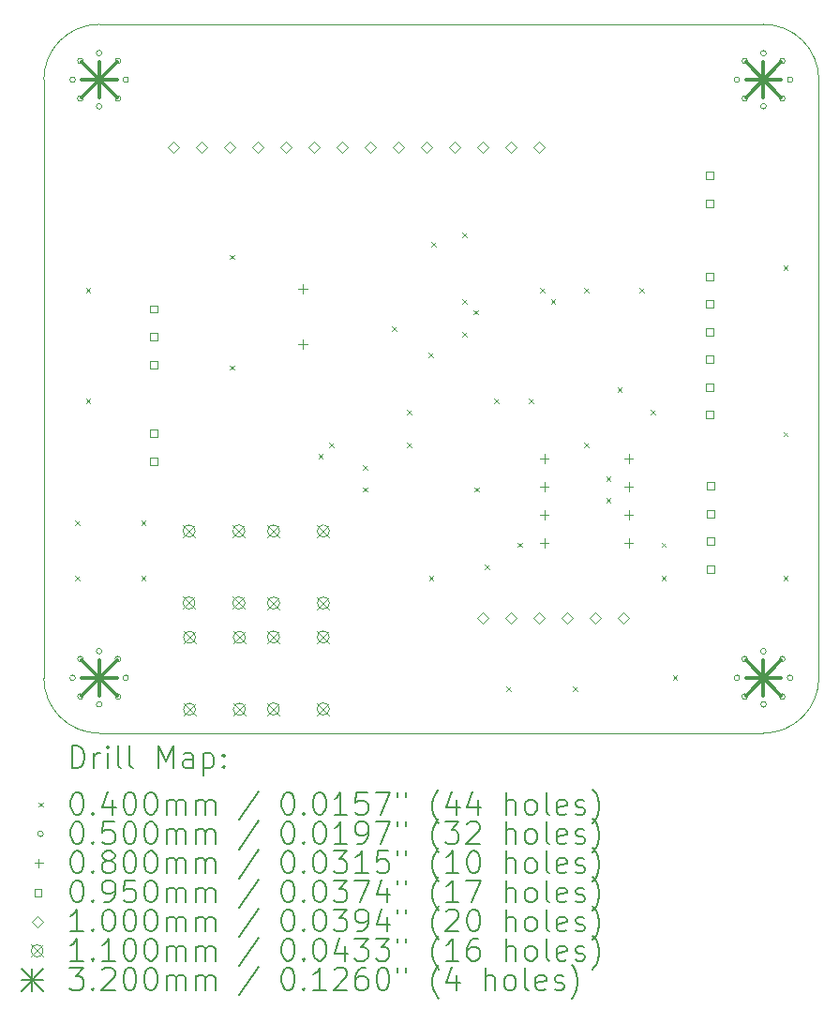
<source format=gbr>
%TF.GenerationSoftware,KiCad,Pcbnew,(6.0.8-1)-1*%
%TF.CreationDate,2023-04-27T22:08:13+09:00*%
%TF.ProjectId,ikako_f303,696b616b-6f5f-4663-9330-332e6b696361,rev?*%
%TF.SameCoordinates,Original*%
%TF.FileFunction,Drillmap*%
%TF.FilePolarity,Positive*%
%FSLAX45Y45*%
G04 Gerber Fmt 4.5, Leading zero omitted, Abs format (unit mm)*
G04 Created by KiCad (PCBNEW (6.0.8-1)-1) date 2023-04-27 22:08:13*
%MOMM*%
%LPD*%
G01*
G04 APERTURE LIST*
%ADD10C,0.100000*%
%ADD11C,0.200000*%
%ADD12C,0.040000*%
%ADD13C,0.050000*%
%ADD14C,0.080000*%
%ADD15C,0.095000*%
%ADD16C,0.110000*%
%ADD17C,0.320000*%
G04 APERTURE END LIST*
D10*
X12000000Y-4700000D02*
G75*
G03*
X11500000Y-5200000I0J-500000D01*
G01*
X18500000Y-5200000D02*
X18500000Y-10600000D01*
X11500000Y-10600000D02*
X11500000Y-5200000D01*
X12000000Y-4700000D02*
X18000000Y-4700000D01*
X11500000Y-10600000D02*
G75*
G03*
X12000000Y-11100000I500000J0D01*
G01*
X18000000Y-11100000D02*
X12000000Y-11100000D01*
X18500000Y-5200000D02*
G75*
G03*
X18000000Y-4700000I-500000J0D01*
G01*
X18000000Y-11100000D02*
G75*
G03*
X18500000Y-10600000I0J500000D01*
G01*
D11*
D12*
X11780000Y-9180000D02*
X11820000Y-9220000D01*
X11820000Y-9180000D02*
X11780000Y-9220000D01*
X11780000Y-9680000D02*
X11820000Y-9720000D01*
X11820000Y-9680000D02*
X11780000Y-9720000D01*
X11880000Y-7080000D02*
X11920000Y-7120000D01*
X11920000Y-7080000D02*
X11880000Y-7120000D01*
X11880000Y-8080000D02*
X11920000Y-8120000D01*
X11920000Y-8080000D02*
X11880000Y-8120000D01*
X12380000Y-9180000D02*
X12420000Y-9220000D01*
X12420000Y-9180000D02*
X12380000Y-9220000D01*
X12380000Y-9680000D02*
X12420000Y-9720000D01*
X12420000Y-9680000D02*
X12380000Y-9720000D01*
X13180000Y-6780000D02*
X13220000Y-6820000D01*
X13220000Y-6780000D02*
X13180000Y-6820000D01*
X13180000Y-7780000D02*
X13220000Y-7820000D01*
X13220000Y-7780000D02*
X13180000Y-7820000D01*
X13980000Y-8580000D02*
X14020000Y-8620000D01*
X14020000Y-8580000D02*
X13980000Y-8620000D01*
X14080000Y-8480000D02*
X14120000Y-8520000D01*
X14120000Y-8480000D02*
X14080000Y-8520000D01*
X14380000Y-8680000D02*
X14420000Y-8720000D01*
X14420000Y-8680000D02*
X14380000Y-8720000D01*
X14380000Y-8880000D02*
X14420000Y-8920000D01*
X14420000Y-8880000D02*
X14380000Y-8920000D01*
X14642750Y-7431000D02*
X14682750Y-7471000D01*
X14682750Y-7431000D02*
X14642750Y-7471000D01*
X14780000Y-8180000D02*
X14820000Y-8220000D01*
X14820000Y-8180000D02*
X14780000Y-8220000D01*
X14780000Y-8480000D02*
X14820000Y-8520000D01*
X14820000Y-8480000D02*
X14780000Y-8520000D01*
X14977711Y-7663214D02*
X15017711Y-7703214D01*
X15017711Y-7663214D02*
X14977711Y-7703214D01*
X14980000Y-9680000D02*
X15020000Y-9720000D01*
X15020000Y-9680000D02*
X14980000Y-9720000D01*
X14999281Y-6667641D02*
X15039281Y-6707641D01*
X15039281Y-6667641D02*
X14999281Y-6707641D01*
X15280000Y-6580000D02*
X15320000Y-6620000D01*
X15320000Y-6580000D02*
X15280000Y-6620000D01*
X15280000Y-7180000D02*
X15320000Y-7220000D01*
X15320000Y-7180000D02*
X15280000Y-7220000D01*
X15280000Y-7480000D02*
X15320000Y-7520000D01*
X15320000Y-7480000D02*
X15280000Y-7520000D01*
X15380000Y-7280000D02*
X15420000Y-7320000D01*
X15420000Y-7280000D02*
X15380000Y-7320000D01*
X15392450Y-8880000D02*
X15432450Y-8920000D01*
X15432450Y-8880000D02*
X15392450Y-8920000D01*
X15480000Y-9580000D02*
X15520000Y-9620000D01*
X15520000Y-9580000D02*
X15480000Y-9620000D01*
X15567500Y-8080000D02*
X15607500Y-8120000D01*
X15607500Y-8080000D02*
X15567500Y-8120000D01*
X15680000Y-10680000D02*
X15720000Y-10720000D01*
X15720000Y-10680000D02*
X15680000Y-10720000D01*
X15780000Y-9380000D02*
X15820000Y-9420000D01*
X15820000Y-9380000D02*
X15780000Y-9420000D01*
X15880000Y-8080000D02*
X15920000Y-8120000D01*
X15920000Y-8080000D02*
X15880000Y-8120000D01*
X15981230Y-7081230D02*
X16021230Y-7121230D01*
X16021230Y-7081230D02*
X15981230Y-7121230D01*
X16080000Y-7180000D02*
X16120000Y-7220000D01*
X16120000Y-7180000D02*
X16080000Y-7220000D01*
X16280000Y-10680000D02*
X16320000Y-10720000D01*
X16320000Y-10680000D02*
X16280000Y-10720000D01*
X16378770Y-8478770D02*
X16418770Y-8518770D01*
X16418770Y-8478770D02*
X16378770Y-8518770D01*
X16380000Y-7080000D02*
X16420000Y-7120000D01*
X16420000Y-7080000D02*
X16380000Y-7120000D01*
X16580000Y-8780000D02*
X16620000Y-8820000D01*
X16620000Y-8780000D02*
X16580000Y-8820000D01*
X16580000Y-8980000D02*
X16620000Y-9020000D01*
X16620000Y-8980000D02*
X16580000Y-9020000D01*
X16680000Y-7980000D02*
X16720000Y-8020000D01*
X16720000Y-7980000D02*
X16680000Y-8020000D01*
X16880000Y-7080000D02*
X16920000Y-7120000D01*
X16920000Y-7080000D02*
X16880000Y-7120000D01*
X16980000Y-8180000D02*
X17020000Y-8220000D01*
X17020000Y-8180000D02*
X16980000Y-8220000D01*
X17080000Y-9380000D02*
X17120000Y-9420000D01*
X17120000Y-9380000D02*
X17080000Y-9420000D01*
X17080000Y-9680000D02*
X17120000Y-9720000D01*
X17120000Y-9680000D02*
X17080000Y-9720000D01*
X17180000Y-10580000D02*
X17220000Y-10620000D01*
X17220000Y-10580000D02*
X17180000Y-10620000D01*
X18180000Y-6880000D02*
X18220000Y-6920000D01*
X18220000Y-6880000D02*
X18180000Y-6920000D01*
X18180000Y-8380000D02*
X18220000Y-8420000D01*
X18220000Y-8380000D02*
X18180000Y-8420000D01*
X18180000Y-9680000D02*
X18220000Y-9720000D01*
X18220000Y-9680000D02*
X18180000Y-9720000D01*
D13*
X11785000Y-5200000D02*
G75*
G03*
X11785000Y-5200000I-25000J0D01*
G01*
X11785000Y-10600000D02*
G75*
G03*
X11785000Y-10600000I-25000J0D01*
G01*
X11855294Y-5030294D02*
G75*
G03*
X11855294Y-5030294I-25000J0D01*
G01*
X11855294Y-5369706D02*
G75*
G03*
X11855294Y-5369706I-25000J0D01*
G01*
X11855294Y-10430294D02*
G75*
G03*
X11855294Y-10430294I-25000J0D01*
G01*
X11855294Y-10769706D02*
G75*
G03*
X11855294Y-10769706I-25000J0D01*
G01*
X12025000Y-4960000D02*
G75*
G03*
X12025000Y-4960000I-25000J0D01*
G01*
X12025000Y-5440000D02*
G75*
G03*
X12025000Y-5440000I-25000J0D01*
G01*
X12025000Y-10360000D02*
G75*
G03*
X12025000Y-10360000I-25000J0D01*
G01*
X12025000Y-10840000D02*
G75*
G03*
X12025000Y-10840000I-25000J0D01*
G01*
X12194706Y-5030294D02*
G75*
G03*
X12194706Y-5030294I-25000J0D01*
G01*
X12194706Y-5369706D02*
G75*
G03*
X12194706Y-5369706I-25000J0D01*
G01*
X12194706Y-10430294D02*
G75*
G03*
X12194706Y-10430294I-25000J0D01*
G01*
X12194706Y-10769706D02*
G75*
G03*
X12194706Y-10769706I-25000J0D01*
G01*
X12265000Y-5200000D02*
G75*
G03*
X12265000Y-5200000I-25000J0D01*
G01*
X12265000Y-10600000D02*
G75*
G03*
X12265000Y-10600000I-25000J0D01*
G01*
X17785000Y-5200000D02*
G75*
G03*
X17785000Y-5200000I-25000J0D01*
G01*
X17785000Y-10600000D02*
G75*
G03*
X17785000Y-10600000I-25000J0D01*
G01*
X17855294Y-5030294D02*
G75*
G03*
X17855294Y-5030294I-25000J0D01*
G01*
X17855294Y-5369706D02*
G75*
G03*
X17855294Y-5369706I-25000J0D01*
G01*
X17855294Y-10430294D02*
G75*
G03*
X17855294Y-10430294I-25000J0D01*
G01*
X17855294Y-10769706D02*
G75*
G03*
X17855294Y-10769706I-25000J0D01*
G01*
X18025000Y-4960000D02*
G75*
G03*
X18025000Y-4960000I-25000J0D01*
G01*
X18025000Y-5440000D02*
G75*
G03*
X18025000Y-5440000I-25000J0D01*
G01*
X18025000Y-10360000D02*
G75*
G03*
X18025000Y-10360000I-25000J0D01*
G01*
X18025000Y-10840000D02*
G75*
G03*
X18025000Y-10840000I-25000J0D01*
G01*
X18194706Y-5030294D02*
G75*
G03*
X18194706Y-5030294I-25000J0D01*
G01*
X18194706Y-5369706D02*
G75*
G03*
X18194706Y-5369706I-25000J0D01*
G01*
X18194706Y-10430294D02*
G75*
G03*
X18194706Y-10430294I-25000J0D01*
G01*
X18194706Y-10769706D02*
G75*
G03*
X18194706Y-10769706I-25000J0D01*
G01*
X18265000Y-5200000D02*
G75*
G03*
X18265000Y-5200000I-25000J0D01*
G01*
X18265000Y-10600000D02*
G75*
G03*
X18265000Y-10600000I-25000J0D01*
G01*
D14*
X13839500Y-7046500D02*
X13839500Y-7126500D01*
X13799500Y-7086500D02*
X13879500Y-7086500D01*
X13839500Y-7546500D02*
X13839500Y-7626500D01*
X13799500Y-7586500D02*
X13879500Y-7586500D01*
X16020000Y-8580000D02*
X16020000Y-8660000D01*
X15980000Y-8620000D02*
X16060000Y-8620000D01*
X16020000Y-8834000D02*
X16020000Y-8914000D01*
X15980000Y-8874000D02*
X16060000Y-8874000D01*
X16020000Y-9088000D02*
X16020000Y-9168000D01*
X15980000Y-9128000D02*
X16060000Y-9128000D01*
X16020000Y-9342000D02*
X16020000Y-9422000D01*
X15980000Y-9382000D02*
X16060000Y-9382000D01*
X16782000Y-8580000D02*
X16782000Y-8660000D01*
X16742000Y-8620000D02*
X16822000Y-8620000D01*
X16782000Y-8834000D02*
X16782000Y-8914000D01*
X16742000Y-8874000D02*
X16822000Y-8874000D01*
X16782000Y-9088000D02*
X16782000Y-9168000D01*
X16742000Y-9128000D02*
X16822000Y-9128000D01*
X16782000Y-9342000D02*
X16782000Y-9422000D01*
X16742000Y-9382000D02*
X16822000Y-9382000D01*
D15*
X12523588Y-7303588D02*
X12523588Y-7236412D01*
X12456412Y-7236412D01*
X12456412Y-7303588D01*
X12523588Y-7303588D01*
X12523588Y-7553588D02*
X12523588Y-7486412D01*
X12456412Y-7486412D01*
X12456412Y-7553588D01*
X12523588Y-7553588D01*
X12523588Y-7803588D02*
X12523588Y-7736412D01*
X12456412Y-7736412D01*
X12456412Y-7803588D01*
X12523588Y-7803588D01*
X12523588Y-8428588D02*
X12523588Y-8361412D01*
X12456412Y-8361412D01*
X12456412Y-8428588D01*
X12523588Y-8428588D01*
X12523588Y-8678588D02*
X12523588Y-8611412D01*
X12456412Y-8611412D01*
X12456412Y-8678588D01*
X12523588Y-8678588D01*
X17543588Y-7008588D02*
X17543588Y-6941412D01*
X17476412Y-6941412D01*
X17476412Y-7008588D01*
X17543588Y-7008588D01*
X17543588Y-7258588D02*
X17543588Y-7191412D01*
X17476412Y-7191412D01*
X17476412Y-7258588D01*
X17543588Y-7258588D01*
X17543588Y-7508588D02*
X17543588Y-7441412D01*
X17476412Y-7441412D01*
X17476412Y-7508588D01*
X17543588Y-7508588D01*
X17543588Y-7758588D02*
X17543588Y-7691412D01*
X17476412Y-7691412D01*
X17476412Y-7758588D01*
X17543588Y-7758588D01*
X17543588Y-8008588D02*
X17543588Y-7941412D01*
X17476412Y-7941412D01*
X17476412Y-8008588D01*
X17543588Y-8008588D01*
X17543588Y-8258588D02*
X17543588Y-8191412D01*
X17476412Y-8191412D01*
X17476412Y-8258588D01*
X17543588Y-8258588D01*
X17548955Y-6100034D02*
X17548955Y-6032858D01*
X17481779Y-6032858D01*
X17481779Y-6100034D01*
X17548955Y-6100034D01*
X17548955Y-6350034D02*
X17548955Y-6282858D01*
X17481779Y-6282858D01*
X17481779Y-6350034D01*
X17548955Y-6350034D01*
X17559189Y-8899787D02*
X17559189Y-8832611D01*
X17492013Y-8832611D01*
X17492013Y-8899787D01*
X17559189Y-8899787D01*
X17559189Y-9149787D02*
X17559189Y-9082611D01*
X17492013Y-9082611D01*
X17492013Y-9149787D01*
X17559189Y-9149787D01*
X17559189Y-9399787D02*
X17559189Y-9332611D01*
X17492013Y-9332611D01*
X17492013Y-9399787D01*
X17559189Y-9399787D01*
X17559189Y-9649787D02*
X17559189Y-9582611D01*
X17492013Y-9582611D01*
X17492013Y-9649787D01*
X17559189Y-9649787D01*
D10*
X12672961Y-5859786D02*
X12722961Y-5809786D01*
X12672961Y-5759786D01*
X12622961Y-5809786D01*
X12672961Y-5859786D01*
X12926961Y-5859786D02*
X12976961Y-5809786D01*
X12926961Y-5759786D01*
X12876961Y-5809786D01*
X12926961Y-5859786D01*
X13180961Y-5859786D02*
X13230961Y-5809786D01*
X13180961Y-5759786D01*
X13130961Y-5809786D01*
X13180961Y-5859786D01*
X13434961Y-5859786D02*
X13484961Y-5809786D01*
X13434961Y-5759786D01*
X13384961Y-5809786D01*
X13434961Y-5859786D01*
X13688961Y-5859786D02*
X13738961Y-5809786D01*
X13688961Y-5759786D01*
X13638961Y-5809786D01*
X13688961Y-5859786D01*
X13942961Y-5859786D02*
X13992961Y-5809786D01*
X13942961Y-5759786D01*
X13892961Y-5809786D01*
X13942961Y-5859786D01*
X14196961Y-5859786D02*
X14246961Y-5809786D01*
X14196961Y-5759786D01*
X14146961Y-5809786D01*
X14196961Y-5859786D01*
X14450961Y-5859786D02*
X14500961Y-5809786D01*
X14450961Y-5759786D01*
X14400961Y-5809786D01*
X14450961Y-5859786D01*
X14704961Y-5859786D02*
X14754961Y-5809786D01*
X14704961Y-5759786D01*
X14654961Y-5809786D01*
X14704961Y-5859786D01*
X14958961Y-5859786D02*
X15008961Y-5809786D01*
X14958961Y-5759786D01*
X14908961Y-5809786D01*
X14958961Y-5859786D01*
X15212961Y-5859786D02*
X15262961Y-5809786D01*
X15212961Y-5759786D01*
X15162961Y-5809786D01*
X15212961Y-5859786D01*
X15466961Y-5859786D02*
X15516961Y-5809786D01*
X15466961Y-5759786D01*
X15416961Y-5809786D01*
X15466961Y-5859786D01*
X15467500Y-10110000D02*
X15517500Y-10060000D01*
X15467500Y-10010000D01*
X15417500Y-10060000D01*
X15467500Y-10110000D01*
X15720961Y-5859786D02*
X15770961Y-5809786D01*
X15720961Y-5759786D01*
X15670961Y-5809786D01*
X15720961Y-5859786D01*
X15721500Y-10110000D02*
X15771500Y-10060000D01*
X15721500Y-10010000D01*
X15671500Y-10060000D01*
X15721500Y-10110000D01*
X15974961Y-5859786D02*
X16024961Y-5809786D01*
X15974961Y-5759786D01*
X15924961Y-5809786D01*
X15974961Y-5859786D01*
X15975500Y-10110000D02*
X16025500Y-10060000D01*
X15975500Y-10010000D01*
X15925500Y-10060000D01*
X15975500Y-10110000D01*
X16229500Y-10110000D02*
X16279500Y-10060000D01*
X16229500Y-10010000D01*
X16179500Y-10060000D01*
X16229500Y-10110000D01*
X16483500Y-10110000D02*
X16533500Y-10060000D01*
X16483500Y-10010000D01*
X16433500Y-10060000D01*
X16483500Y-10110000D01*
X16737500Y-10110000D02*
X16787500Y-10060000D01*
X16737500Y-10010000D01*
X16687500Y-10060000D01*
X16737500Y-10110000D01*
D16*
X12756755Y-9219291D02*
X12866755Y-9329291D01*
X12866755Y-9219291D02*
X12756755Y-9329291D01*
X12866755Y-9274291D02*
G75*
G03*
X12866755Y-9274291I-55000J0D01*
G01*
X12756755Y-9869291D02*
X12866755Y-9979291D01*
X12866755Y-9869291D02*
X12756755Y-9979291D01*
X12866755Y-9924291D02*
G75*
G03*
X12866755Y-9924291I-55000J0D01*
G01*
X12761232Y-10178992D02*
X12871232Y-10288992D01*
X12871232Y-10178992D02*
X12761232Y-10288992D01*
X12871232Y-10233992D02*
G75*
G03*
X12871232Y-10233992I-55000J0D01*
G01*
X12761232Y-10828992D02*
X12871232Y-10938992D01*
X12871232Y-10828992D02*
X12761232Y-10938992D01*
X12871232Y-10883992D02*
G75*
G03*
X12871232Y-10883992I-55000J0D01*
G01*
X13206755Y-9219291D02*
X13316755Y-9329291D01*
X13316755Y-9219291D02*
X13206755Y-9329291D01*
X13316755Y-9274291D02*
G75*
G03*
X13316755Y-9274291I-55000J0D01*
G01*
X13206755Y-9869291D02*
X13316755Y-9979291D01*
X13316755Y-9869291D02*
X13206755Y-9979291D01*
X13316755Y-9924291D02*
G75*
G03*
X13316755Y-9924291I-55000J0D01*
G01*
X13211232Y-10178992D02*
X13321232Y-10288992D01*
X13321232Y-10178992D02*
X13211232Y-10288992D01*
X13321232Y-10233992D02*
G75*
G03*
X13321232Y-10233992I-55000J0D01*
G01*
X13211232Y-10828992D02*
X13321232Y-10938992D01*
X13321232Y-10828992D02*
X13211232Y-10938992D01*
X13321232Y-10883992D02*
G75*
G03*
X13321232Y-10883992I-55000J0D01*
G01*
X13518788Y-10176324D02*
X13628788Y-10286324D01*
X13628788Y-10176324D02*
X13518788Y-10286324D01*
X13628788Y-10231324D02*
G75*
G03*
X13628788Y-10231324I-55000J0D01*
G01*
X13518788Y-10826324D02*
X13628788Y-10936324D01*
X13628788Y-10826324D02*
X13518788Y-10936324D01*
X13628788Y-10881324D02*
G75*
G03*
X13628788Y-10881324I-55000J0D01*
G01*
X13520000Y-9220000D02*
X13630000Y-9330000D01*
X13630000Y-9220000D02*
X13520000Y-9330000D01*
X13630000Y-9275000D02*
G75*
G03*
X13630000Y-9275000I-55000J0D01*
G01*
X13520000Y-9870000D02*
X13630000Y-9980000D01*
X13630000Y-9870000D02*
X13520000Y-9980000D01*
X13630000Y-9925000D02*
G75*
G03*
X13630000Y-9925000I-55000J0D01*
G01*
X13968788Y-10176324D02*
X14078788Y-10286324D01*
X14078788Y-10176324D02*
X13968788Y-10286324D01*
X14078788Y-10231324D02*
G75*
G03*
X14078788Y-10231324I-55000J0D01*
G01*
X13968788Y-10826324D02*
X14078788Y-10936324D01*
X14078788Y-10826324D02*
X13968788Y-10936324D01*
X14078788Y-10881324D02*
G75*
G03*
X14078788Y-10881324I-55000J0D01*
G01*
X13970000Y-9220000D02*
X14080000Y-9330000D01*
X14080000Y-9220000D02*
X13970000Y-9330000D01*
X14080000Y-9275000D02*
G75*
G03*
X14080000Y-9275000I-55000J0D01*
G01*
X13970000Y-9870000D02*
X14080000Y-9980000D01*
X14080000Y-9870000D02*
X13970000Y-9980000D01*
X14080000Y-9925000D02*
G75*
G03*
X14080000Y-9925000I-55000J0D01*
G01*
D17*
X11840000Y-5040000D02*
X12160000Y-5360000D01*
X12160000Y-5040000D02*
X11840000Y-5360000D01*
X12000000Y-5040000D02*
X12000000Y-5360000D01*
X11840000Y-5200000D02*
X12160000Y-5200000D01*
X11840000Y-10440000D02*
X12160000Y-10760000D01*
X12160000Y-10440000D02*
X11840000Y-10760000D01*
X12000000Y-10440000D02*
X12000000Y-10760000D01*
X11840000Y-10600000D02*
X12160000Y-10600000D01*
X17840000Y-5040000D02*
X18160000Y-5360000D01*
X18160000Y-5040000D02*
X17840000Y-5360000D01*
X18000000Y-5040000D02*
X18000000Y-5360000D01*
X17840000Y-5200000D02*
X18160000Y-5200000D01*
X17840000Y-10440000D02*
X18160000Y-10760000D01*
X18160000Y-10440000D02*
X17840000Y-10760000D01*
X18000000Y-10440000D02*
X18000000Y-10760000D01*
X17840000Y-10600000D02*
X18160000Y-10600000D01*
D11*
X11752619Y-11415476D02*
X11752619Y-11215476D01*
X11800238Y-11215476D01*
X11828809Y-11225000D01*
X11847857Y-11244048D01*
X11857381Y-11263095D01*
X11866905Y-11301190D01*
X11866905Y-11329762D01*
X11857381Y-11367857D01*
X11847857Y-11386905D01*
X11828809Y-11405952D01*
X11800238Y-11415476D01*
X11752619Y-11415476D01*
X11952619Y-11415476D02*
X11952619Y-11282143D01*
X11952619Y-11320238D02*
X11962143Y-11301190D01*
X11971667Y-11291667D01*
X11990714Y-11282143D01*
X12009762Y-11282143D01*
X12076428Y-11415476D02*
X12076428Y-11282143D01*
X12076428Y-11215476D02*
X12066905Y-11225000D01*
X12076428Y-11234524D01*
X12085952Y-11225000D01*
X12076428Y-11215476D01*
X12076428Y-11234524D01*
X12200238Y-11415476D02*
X12181190Y-11405952D01*
X12171667Y-11386905D01*
X12171667Y-11215476D01*
X12305000Y-11415476D02*
X12285952Y-11405952D01*
X12276428Y-11386905D01*
X12276428Y-11215476D01*
X12533571Y-11415476D02*
X12533571Y-11215476D01*
X12600238Y-11358333D01*
X12666905Y-11215476D01*
X12666905Y-11415476D01*
X12847857Y-11415476D02*
X12847857Y-11310714D01*
X12838333Y-11291667D01*
X12819286Y-11282143D01*
X12781190Y-11282143D01*
X12762143Y-11291667D01*
X12847857Y-11405952D02*
X12828809Y-11415476D01*
X12781190Y-11415476D01*
X12762143Y-11405952D01*
X12752619Y-11386905D01*
X12752619Y-11367857D01*
X12762143Y-11348809D01*
X12781190Y-11339286D01*
X12828809Y-11339286D01*
X12847857Y-11329762D01*
X12943095Y-11282143D02*
X12943095Y-11482143D01*
X12943095Y-11291667D02*
X12962143Y-11282143D01*
X13000238Y-11282143D01*
X13019286Y-11291667D01*
X13028809Y-11301190D01*
X13038333Y-11320238D01*
X13038333Y-11377381D01*
X13028809Y-11396428D01*
X13019286Y-11405952D01*
X13000238Y-11415476D01*
X12962143Y-11415476D01*
X12943095Y-11405952D01*
X13124048Y-11396428D02*
X13133571Y-11405952D01*
X13124048Y-11415476D01*
X13114524Y-11405952D01*
X13124048Y-11396428D01*
X13124048Y-11415476D01*
X13124048Y-11291667D02*
X13133571Y-11301190D01*
X13124048Y-11310714D01*
X13114524Y-11301190D01*
X13124048Y-11291667D01*
X13124048Y-11310714D01*
D12*
X11455000Y-11725000D02*
X11495000Y-11765000D01*
X11495000Y-11725000D02*
X11455000Y-11765000D01*
D11*
X11790714Y-11635476D02*
X11809762Y-11635476D01*
X11828809Y-11645000D01*
X11838333Y-11654524D01*
X11847857Y-11673571D01*
X11857381Y-11711667D01*
X11857381Y-11759286D01*
X11847857Y-11797381D01*
X11838333Y-11816428D01*
X11828809Y-11825952D01*
X11809762Y-11835476D01*
X11790714Y-11835476D01*
X11771667Y-11825952D01*
X11762143Y-11816428D01*
X11752619Y-11797381D01*
X11743095Y-11759286D01*
X11743095Y-11711667D01*
X11752619Y-11673571D01*
X11762143Y-11654524D01*
X11771667Y-11645000D01*
X11790714Y-11635476D01*
X11943095Y-11816428D02*
X11952619Y-11825952D01*
X11943095Y-11835476D01*
X11933571Y-11825952D01*
X11943095Y-11816428D01*
X11943095Y-11835476D01*
X12124048Y-11702143D02*
X12124048Y-11835476D01*
X12076428Y-11625952D02*
X12028809Y-11768809D01*
X12152619Y-11768809D01*
X12266905Y-11635476D02*
X12285952Y-11635476D01*
X12305000Y-11645000D01*
X12314524Y-11654524D01*
X12324048Y-11673571D01*
X12333571Y-11711667D01*
X12333571Y-11759286D01*
X12324048Y-11797381D01*
X12314524Y-11816428D01*
X12305000Y-11825952D01*
X12285952Y-11835476D01*
X12266905Y-11835476D01*
X12247857Y-11825952D01*
X12238333Y-11816428D01*
X12228809Y-11797381D01*
X12219286Y-11759286D01*
X12219286Y-11711667D01*
X12228809Y-11673571D01*
X12238333Y-11654524D01*
X12247857Y-11645000D01*
X12266905Y-11635476D01*
X12457381Y-11635476D02*
X12476428Y-11635476D01*
X12495476Y-11645000D01*
X12505000Y-11654524D01*
X12514524Y-11673571D01*
X12524048Y-11711667D01*
X12524048Y-11759286D01*
X12514524Y-11797381D01*
X12505000Y-11816428D01*
X12495476Y-11825952D01*
X12476428Y-11835476D01*
X12457381Y-11835476D01*
X12438333Y-11825952D01*
X12428809Y-11816428D01*
X12419286Y-11797381D01*
X12409762Y-11759286D01*
X12409762Y-11711667D01*
X12419286Y-11673571D01*
X12428809Y-11654524D01*
X12438333Y-11645000D01*
X12457381Y-11635476D01*
X12609762Y-11835476D02*
X12609762Y-11702143D01*
X12609762Y-11721190D02*
X12619286Y-11711667D01*
X12638333Y-11702143D01*
X12666905Y-11702143D01*
X12685952Y-11711667D01*
X12695476Y-11730714D01*
X12695476Y-11835476D01*
X12695476Y-11730714D02*
X12705000Y-11711667D01*
X12724048Y-11702143D01*
X12752619Y-11702143D01*
X12771667Y-11711667D01*
X12781190Y-11730714D01*
X12781190Y-11835476D01*
X12876428Y-11835476D02*
X12876428Y-11702143D01*
X12876428Y-11721190D02*
X12885952Y-11711667D01*
X12905000Y-11702143D01*
X12933571Y-11702143D01*
X12952619Y-11711667D01*
X12962143Y-11730714D01*
X12962143Y-11835476D01*
X12962143Y-11730714D02*
X12971667Y-11711667D01*
X12990714Y-11702143D01*
X13019286Y-11702143D01*
X13038333Y-11711667D01*
X13047857Y-11730714D01*
X13047857Y-11835476D01*
X13438333Y-11625952D02*
X13266905Y-11883095D01*
X13695476Y-11635476D02*
X13714524Y-11635476D01*
X13733571Y-11645000D01*
X13743095Y-11654524D01*
X13752619Y-11673571D01*
X13762143Y-11711667D01*
X13762143Y-11759286D01*
X13752619Y-11797381D01*
X13743095Y-11816428D01*
X13733571Y-11825952D01*
X13714524Y-11835476D01*
X13695476Y-11835476D01*
X13676428Y-11825952D01*
X13666905Y-11816428D01*
X13657381Y-11797381D01*
X13647857Y-11759286D01*
X13647857Y-11711667D01*
X13657381Y-11673571D01*
X13666905Y-11654524D01*
X13676428Y-11645000D01*
X13695476Y-11635476D01*
X13847857Y-11816428D02*
X13857381Y-11825952D01*
X13847857Y-11835476D01*
X13838333Y-11825952D01*
X13847857Y-11816428D01*
X13847857Y-11835476D01*
X13981190Y-11635476D02*
X14000238Y-11635476D01*
X14019286Y-11645000D01*
X14028809Y-11654524D01*
X14038333Y-11673571D01*
X14047857Y-11711667D01*
X14047857Y-11759286D01*
X14038333Y-11797381D01*
X14028809Y-11816428D01*
X14019286Y-11825952D01*
X14000238Y-11835476D01*
X13981190Y-11835476D01*
X13962143Y-11825952D01*
X13952619Y-11816428D01*
X13943095Y-11797381D01*
X13933571Y-11759286D01*
X13933571Y-11711667D01*
X13943095Y-11673571D01*
X13952619Y-11654524D01*
X13962143Y-11645000D01*
X13981190Y-11635476D01*
X14238333Y-11835476D02*
X14124048Y-11835476D01*
X14181190Y-11835476D02*
X14181190Y-11635476D01*
X14162143Y-11664048D01*
X14143095Y-11683095D01*
X14124048Y-11692619D01*
X14419286Y-11635476D02*
X14324048Y-11635476D01*
X14314524Y-11730714D01*
X14324048Y-11721190D01*
X14343095Y-11711667D01*
X14390714Y-11711667D01*
X14409762Y-11721190D01*
X14419286Y-11730714D01*
X14428809Y-11749762D01*
X14428809Y-11797381D01*
X14419286Y-11816428D01*
X14409762Y-11825952D01*
X14390714Y-11835476D01*
X14343095Y-11835476D01*
X14324048Y-11825952D01*
X14314524Y-11816428D01*
X14495476Y-11635476D02*
X14628809Y-11635476D01*
X14543095Y-11835476D01*
X14695476Y-11635476D02*
X14695476Y-11673571D01*
X14771667Y-11635476D02*
X14771667Y-11673571D01*
X15066905Y-11911667D02*
X15057381Y-11902143D01*
X15038333Y-11873571D01*
X15028809Y-11854524D01*
X15019286Y-11825952D01*
X15009762Y-11778333D01*
X15009762Y-11740238D01*
X15019286Y-11692619D01*
X15028809Y-11664048D01*
X15038333Y-11645000D01*
X15057381Y-11616428D01*
X15066905Y-11606905D01*
X15228809Y-11702143D02*
X15228809Y-11835476D01*
X15181190Y-11625952D02*
X15133571Y-11768809D01*
X15257381Y-11768809D01*
X15419286Y-11702143D02*
X15419286Y-11835476D01*
X15371667Y-11625952D02*
X15324048Y-11768809D01*
X15447857Y-11768809D01*
X15676428Y-11835476D02*
X15676428Y-11635476D01*
X15762143Y-11835476D02*
X15762143Y-11730714D01*
X15752619Y-11711667D01*
X15733571Y-11702143D01*
X15705000Y-11702143D01*
X15685952Y-11711667D01*
X15676428Y-11721190D01*
X15885952Y-11835476D02*
X15866905Y-11825952D01*
X15857381Y-11816428D01*
X15847857Y-11797381D01*
X15847857Y-11740238D01*
X15857381Y-11721190D01*
X15866905Y-11711667D01*
X15885952Y-11702143D01*
X15914524Y-11702143D01*
X15933571Y-11711667D01*
X15943095Y-11721190D01*
X15952619Y-11740238D01*
X15952619Y-11797381D01*
X15943095Y-11816428D01*
X15933571Y-11825952D01*
X15914524Y-11835476D01*
X15885952Y-11835476D01*
X16066905Y-11835476D02*
X16047857Y-11825952D01*
X16038333Y-11806905D01*
X16038333Y-11635476D01*
X16219286Y-11825952D02*
X16200238Y-11835476D01*
X16162143Y-11835476D01*
X16143095Y-11825952D01*
X16133571Y-11806905D01*
X16133571Y-11730714D01*
X16143095Y-11711667D01*
X16162143Y-11702143D01*
X16200238Y-11702143D01*
X16219286Y-11711667D01*
X16228809Y-11730714D01*
X16228809Y-11749762D01*
X16133571Y-11768809D01*
X16305000Y-11825952D02*
X16324048Y-11835476D01*
X16362143Y-11835476D01*
X16381190Y-11825952D01*
X16390714Y-11806905D01*
X16390714Y-11797381D01*
X16381190Y-11778333D01*
X16362143Y-11768809D01*
X16333571Y-11768809D01*
X16314524Y-11759286D01*
X16305000Y-11740238D01*
X16305000Y-11730714D01*
X16314524Y-11711667D01*
X16333571Y-11702143D01*
X16362143Y-11702143D01*
X16381190Y-11711667D01*
X16457381Y-11911667D02*
X16466905Y-11902143D01*
X16485952Y-11873571D01*
X16495476Y-11854524D01*
X16505000Y-11825952D01*
X16514524Y-11778333D01*
X16514524Y-11740238D01*
X16505000Y-11692619D01*
X16495476Y-11664048D01*
X16485952Y-11645000D01*
X16466905Y-11616428D01*
X16457381Y-11606905D01*
D13*
X11495000Y-12009000D02*
G75*
G03*
X11495000Y-12009000I-25000J0D01*
G01*
D11*
X11790714Y-11899476D02*
X11809762Y-11899476D01*
X11828809Y-11909000D01*
X11838333Y-11918524D01*
X11847857Y-11937571D01*
X11857381Y-11975667D01*
X11857381Y-12023286D01*
X11847857Y-12061381D01*
X11838333Y-12080428D01*
X11828809Y-12089952D01*
X11809762Y-12099476D01*
X11790714Y-12099476D01*
X11771667Y-12089952D01*
X11762143Y-12080428D01*
X11752619Y-12061381D01*
X11743095Y-12023286D01*
X11743095Y-11975667D01*
X11752619Y-11937571D01*
X11762143Y-11918524D01*
X11771667Y-11909000D01*
X11790714Y-11899476D01*
X11943095Y-12080428D02*
X11952619Y-12089952D01*
X11943095Y-12099476D01*
X11933571Y-12089952D01*
X11943095Y-12080428D01*
X11943095Y-12099476D01*
X12133571Y-11899476D02*
X12038333Y-11899476D01*
X12028809Y-11994714D01*
X12038333Y-11985190D01*
X12057381Y-11975667D01*
X12105000Y-11975667D01*
X12124048Y-11985190D01*
X12133571Y-11994714D01*
X12143095Y-12013762D01*
X12143095Y-12061381D01*
X12133571Y-12080428D01*
X12124048Y-12089952D01*
X12105000Y-12099476D01*
X12057381Y-12099476D01*
X12038333Y-12089952D01*
X12028809Y-12080428D01*
X12266905Y-11899476D02*
X12285952Y-11899476D01*
X12305000Y-11909000D01*
X12314524Y-11918524D01*
X12324048Y-11937571D01*
X12333571Y-11975667D01*
X12333571Y-12023286D01*
X12324048Y-12061381D01*
X12314524Y-12080428D01*
X12305000Y-12089952D01*
X12285952Y-12099476D01*
X12266905Y-12099476D01*
X12247857Y-12089952D01*
X12238333Y-12080428D01*
X12228809Y-12061381D01*
X12219286Y-12023286D01*
X12219286Y-11975667D01*
X12228809Y-11937571D01*
X12238333Y-11918524D01*
X12247857Y-11909000D01*
X12266905Y-11899476D01*
X12457381Y-11899476D02*
X12476428Y-11899476D01*
X12495476Y-11909000D01*
X12505000Y-11918524D01*
X12514524Y-11937571D01*
X12524048Y-11975667D01*
X12524048Y-12023286D01*
X12514524Y-12061381D01*
X12505000Y-12080428D01*
X12495476Y-12089952D01*
X12476428Y-12099476D01*
X12457381Y-12099476D01*
X12438333Y-12089952D01*
X12428809Y-12080428D01*
X12419286Y-12061381D01*
X12409762Y-12023286D01*
X12409762Y-11975667D01*
X12419286Y-11937571D01*
X12428809Y-11918524D01*
X12438333Y-11909000D01*
X12457381Y-11899476D01*
X12609762Y-12099476D02*
X12609762Y-11966143D01*
X12609762Y-11985190D02*
X12619286Y-11975667D01*
X12638333Y-11966143D01*
X12666905Y-11966143D01*
X12685952Y-11975667D01*
X12695476Y-11994714D01*
X12695476Y-12099476D01*
X12695476Y-11994714D02*
X12705000Y-11975667D01*
X12724048Y-11966143D01*
X12752619Y-11966143D01*
X12771667Y-11975667D01*
X12781190Y-11994714D01*
X12781190Y-12099476D01*
X12876428Y-12099476D02*
X12876428Y-11966143D01*
X12876428Y-11985190D02*
X12885952Y-11975667D01*
X12905000Y-11966143D01*
X12933571Y-11966143D01*
X12952619Y-11975667D01*
X12962143Y-11994714D01*
X12962143Y-12099476D01*
X12962143Y-11994714D02*
X12971667Y-11975667D01*
X12990714Y-11966143D01*
X13019286Y-11966143D01*
X13038333Y-11975667D01*
X13047857Y-11994714D01*
X13047857Y-12099476D01*
X13438333Y-11889952D02*
X13266905Y-12147095D01*
X13695476Y-11899476D02*
X13714524Y-11899476D01*
X13733571Y-11909000D01*
X13743095Y-11918524D01*
X13752619Y-11937571D01*
X13762143Y-11975667D01*
X13762143Y-12023286D01*
X13752619Y-12061381D01*
X13743095Y-12080428D01*
X13733571Y-12089952D01*
X13714524Y-12099476D01*
X13695476Y-12099476D01*
X13676428Y-12089952D01*
X13666905Y-12080428D01*
X13657381Y-12061381D01*
X13647857Y-12023286D01*
X13647857Y-11975667D01*
X13657381Y-11937571D01*
X13666905Y-11918524D01*
X13676428Y-11909000D01*
X13695476Y-11899476D01*
X13847857Y-12080428D02*
X13857381Y-12089952D01*
X13847857Y-12099476D01*
X13838333Y-12089952D01*
X13847857Y-12080428D01*
X13847857Y-12099476D01*
X13981190Y-11899476D02*
X14000238Y-11899476D01*
X14019286Y-11909000D01*
X14028809Y-11918524D01*
X14038333Y-11937571D01*
X14047857Y-11975667D01*
X14047857Y-12023286D01*
X14038333Y-12061381D01*
X14028809Y-12080428D01*
X14019286Y-12089952D01*
X14000238Y-12099476D01*
X13981190Y-12099476D01*
X13962143Y-12089952D01*
X13952619Y-12080428D01*
X13943095Y-12061381D01*
X13933571Y-12023286D01*
X13933571Y-11975667D01*
X13943095Y-11937571D01*
X13952619Y-11918524D01*
X13962143Y-11909000D01*
X13981190Y-11899476D01*
X14238333Y-12099476D02*
X14124048Y-12099476D01*
X14181190Y-12099476D02*
X14181190Y-11899476D01*
X14162143Y-11928048D01*
X14143095Y-11947095D01*
X14124048Y-11956619D01*
X14333571Y-12099476D02*
X14371667Y-12099476D01*
X14390714Y-12089952D01*
X14400238Y-12080428D01*
X14419286Y-12051857D01*
X14428809Y-12013762D01*
X14428809Y-11937571D01*
X14419286Y-11918524D01*
X14409762Y-11909000D01*
X14390714Y-11899476D01*
X14352619Y-11899476D01*
X14333571Y-11909000D01*
X14324048Y-11918524D01*
X14314524Y-11937571D01*
X14314524Y-11985190D01*
X14324048Y-12004238D01*
X14333571Y-12013762D01*
X14352619Y-12023286D01*
X14390714Y-12023286D01*
X14409762Y-12013762D01*
X14419286Y-12004238D01*
X14428809Y-11985190D01*
X14495476Y-11899476D02*
X14628809Y-11899476D01*
X14543095Y-12099476D01*
X14695476Y-11899476D02*
X14695476Y-11937571D01*
X14771667Y-11899476D02*
X14771667Y-11937571D01*
X15066905Y-12175667D02*
X15057381Y-12166143D01*
X15038333Y-12137571D01*
X15028809Y-12118524D01*
X15019286Y-12089952D01*
X15009762Y-12042333D01*
X15009762Y-12004238D01*
X15019286Y-11956619D01*
X15028809Y-11928048D01*
X15038333Y-11909000D01*
X15057381Y-11880428D01*
X15066905Y-11870905D01*
X15124048Y-11899476D02*
X15247857Y-11899476D01*
X15181190Y-11975667D01*
X15209762Y-11975667D01*
X15228809Y-11985190D01*
X15238333Y-11994714D01*
X15247857Y-12013762D01*
X15247857Y-12061381D01*
X15238333Y-12080428D01*
X15228809Y-12089952D01*
X15209762Y-12099476D01*
X15152619Y-12099476D01*
X15133571Y-12089952D01*
X15124048Y-12080428D01*
X15324048Y-11918524D02*
X15333571Y-11909000D01*
X15352619Y-11899476D01*
X15400238Y-11899476D01*
X15419286Y-11909000D01*
X15428809Y-11918524D01*
X15438333Y-11937571D01*
X15438333Y-11956619D01*
X15428809Y-11985190D01*
X15314524Y-12099476D01*
X15438333Y-12099476D01*
X15676428Y-12099476D02*
X15676428Y-11899476D01*
X15762143Y-12099476D02*
X15762143Y-11994714D01*
X15752619Y-11975667D01*
X15733571Y-11966143D01*
X15705000Y-11966143D01*
X15685952Y-11975667D01*
X15676428Y-11985190D01*
X15885952Y-12099476D02*
X15866905Y-12089952D01*
X15857381Y-12080428D01*
X15847857Y-12061381D01*
X15847857Y-12004238D01*
X15857381Y-11985190D01*
X15866905Y-11975667D01*
X15885952Y-11966143D01*
X15914524Y-11966143D01*
X15933571Y-11975667D01*
X15943095Y-11985190D01*
X15952619Y-12004238D01*
X15952619Y-12061381D01*
X15943095Y-12080428D01*
X15933571Y-12089952D01*
X15914524Y-12099476D01*
X15885952Y-12099476D01*
X16066905Y-12099476D02*
X16047857Y-12089952D01*
X16038333Y-12070905D01*
X16038333Y-11899476D01*
X16219286Y-12089952D02*
X16200238Y-12099476D01*
X16162143Y-12099476D01*
X16143095Y-12089952D01*
X16133571Y-12070905D01*
X16133571Y-11994714D01*
X16143095Y-11975667D01*
X16162143Y-11966143D01*
X16200238Y-11966143D01*
X16219286Y-11975667D01*
X16228809Y-11994714D01*
X16228809Y-12013762D01*
X16133571Y-12032809D01*
X16305000Y-12089952D02*
X16324048Y-12099476D01*
X16362143Y-12099476D01*
X16381190Y-12089952D01*
X16390714Y-12070905D01*
X16390714Y-12061381D01*
X16381190Y-12042333D01*
X16362143Y-12032809D01*
X16333571Y-12032809D01*
X16314524Y-12023286D01*
X16305000Y-12004238D01*
X16305000Y-11994714D01*
X16314524Y-11975667D01*
X16333571Y-11966143D01*
X16362143Y-11966143D01*
X16381190Y-11975667D01*
X16457381Y-12175667D02*
X16466905Y-12166143D01*
X16485952Y-12137571D01*
X16495476Y-12118524D01*
X16505000Y-12089952D01*
X16514524Y-12042333D01*
X16514524Y-12004238D01*
X16505000Y-11956619D01*
X16495476Y-11928048D01*
X16485952Y-11909000D01*
X16466905Y-11880428D01*
X16457381Y-11870905D01*
D14*
X11455000Y-12233000D02*
X11455000Y-12313000D01*
X11415000Y-12273000D02*
X11495000Y-12273000D01*
D11*
X11790714Y-12163476D02*
X11809762Y-12163476D01*
X11828809Y-12173000D01*
X11838333Y-12182524D01*
X11847857Y-12201571D01*
X11857381Y-12239667D01*
X11857381Y-12287286D01*
X11847857Y-12325381D01*
X11838333Y-12344428D01*
X11828809Y-12353952D01*
X11809762Y-12363476D01*
X11790714Y-12363476D01*
X11771667Y-12353952D01*
X11762143Y-12344428D01*
X11752619Y-12325381D01*
X11743095Y-12287286D01*
X11743095Y-12239667D01*
X11752619Y-12201571D01*
X11762143Y-12182524D01*
X11771667Y-12173000D01*
X11790714Y-12163476D01*
X11943095Y-12344428D02*
X11952619Y-12353952D01*
X11943095Y-12363476D01*
X11933571Y-12353952D01*
X11943095Y-12344428D01*
X11943095Y-12363476D01*
X12066905Y-12249190D02*
X12047857Y-12239667D01*
X12038333Y-12230143D01*
X12028809Y-12211095D01*
X12028809Y-12201571D01*
X12038333Y-12182524D01*
X12047857Y-12173000D01*
X12066905Y-12163476D01*
X12105000Y-12163476D01*
X12124048Y-12173000D01*
X12133571Y-12182524D01*
X12143095Y-12201571D01*
X12143095Y-12211095D01*
X12133571Y-12230143D01*
X12124048Y-12239667D01*
X12105000Y-12249190D01*
X12066905Y-12249190D01*
X12047857Y-12258714D01*
X12038333Y-12268238D01*
X12028809Y-12287286D01*
X12028809Y-12325381D01*
X12038333Y-12344428D01*
X12047857Y-12353952D01*
X12066905Y-12363476D01*
X12105000Y-12363476D01*
X12124048Y-12353952D01*
X12133571Y-12344428D01*
X12143095Y-12325381D01*
X12143095Y-12287286D01*
X12133571Y-12268238D01*
X12124048Y-12258714D01*
X12105000Y-12249190D01*
X12266905Y-12163476D02*
X12285952Y-12163476D01*
X12305000Y-12173000D01*
X12314524Y-12182524D01*
X12324048Y-12201571D01*
X12333571Y-12239667D01*
X12333571Y-12287286D01*
X12324048Y-12325381D01*
X12314524Y-12344428D01*
X12305000Y-12353952D01*
X12285952Y-12363476D01*
X12266905Y-12363476D01*
X12247857Y-12353952D01*
X12238333Y-12344428D01*
X12228809Y-12325381D01*
X12219286Y-12287286D01*
X12219286Y-12239667D01*
X12228809Y-12201571D01*
X12238333Y-12182524D01*
X12247857Y-12173000D01*
X12266905Y-12163476D01*
X12457381Y-12163476D02*
X12476428Y-12163476D01*
X12495476Y-12173000D01*
X12505000Y-12182524D01*
X12514524Y-12201571D01*
X12524048Y-12239667D01*
X12524048Y-12287286D01*
X12514524Y-12325381D01*
X12505000Y-12344428D01*
X12495476Y-12353952D01*
X12476428Y-12363476D01*
X12457381Y-12363476D01*
X12438333Y-12353952D01*
X12428809Y-12344428D01*
X12419286Y-12325381D01*
X12409762Y-12287286D01*
X12409762Y-12239667D01*
X12419286Y-12201571D01*
X12428809Y-12182524D01*
X12438333Y-12173000D01*
X12457381Y-12163476D01*
X12609762Y-12363476D02*
X12609762Y-12230143D01*
X12609762Y-12249190D02*
X12619286Y-12239667D01*
X12638333Y-12230143D01*
X12666905Y-12230143D01*
X12685952Y-12239667D01*
X12695476Y-12258714D01*
X12695476Y-12363476D01*
X12695476Y-12258714D02*
X12705000Y-12239667D01*
X12724048Y-12230143D01*
X12752619Y-12230143D01*
X12771667Y-12239667D01*
X12781190Y-12258714D01*
X12781190Y-12363476D01*
X12876428Y-12363476D02*
X12876428Y-12230143D01*
X12876428Y-12249190D02*
X12885952Y-12239667D01*
X12905000Y-12230143D01*
X12933571Y-12230143D01*
X12952619Y-12239667D01*
X12962143Y-12258714D01*
X12962143Y-12363476D01*
X12962143Y-12258714D02*
X12971667Y-12239667D01*
X12990714Y-12230143D01*
X13019286Y-12230143D01*
X13038333Y-12239667D01*
X13047857Y-12258714D01*
X13047857Y-12363476D01*
X13438333Y-12153952D02*
X13266905Y-12411095D01*
X13695476Y-12163476D02*
X13714524Y-12163476D01*
X13733571Y-12173000D01*
X13743095Y-12182524D01*
X13752619Y-12201571D01*
X13762143Y-12239667D01*
X13762143Y-12287286D01*
X13752619Y-12325381D01*
X13743095Y-12344428D01*
X13733571Y-12353952D01*
X13714524Y-12363476D01*
X13695476Y-12363476D01*
X13676428Y-12353952D01*
X13666905Y-12344428D01*
X13657381Y-12325381D01*
X13647857Y-12287286D01*
X13647857Y-12239667D01*
X13657381Y-12201571D01*
X13666905Y-12182524D01*
X13676428Y-12173000D01*
X13695476Y-12163476D01*
X13847857Y-12344428D02*
X13857381Y-12353952D01*
X13847857Y-12363476D01*
X13838333Y-12353952D01*
X13847857Y-12344428D01*
X13847857Y-12363476D01*
X13981190Y-12163476D02*
X14000238Y-12163476D01*
X14019286Y-12173000D01*
X14028809Y-12182524D01*
X14038333Y-12201571D01*
X14047857Y-12239667D01*
X14047857Y-12287286D01*
X14038333Y-12325381D01*
X14028809Y-12344428D01*
X14019286Y-12353952D01*
X14000238Y-12363476D01*
X13981190Y-12363476D01*
X13962143Y-12353952D01*
X13952619Y-12344428D01*
X13943095Y-12325381D01*
X13933571Y-12287286D01*
X13933571Y-12239667D01*
X13943095Y-12201571D01*
X13952619Y-12182524D01*
X13962143Y-12173000D01*
X13981190Y-12163476D01*
X14114524Y-12163476D02*
X14238333Y-12163476D01*
X14171667Y-12239667D01*
X14200238Y-12239667D01*
X14219286Y-12249190D01*
X14228809Y-12258714D01*
X14238333Y-12277762D01*
X14238333Y-12325381D01*
X14228809Y-12344428D01*
X14219286Y-12353952D01*
X14200238Y-12363476D01*
X14143095Y-12363476D01*
X14124048Y-12353952D01*
X14114524Y-12344428D01*
X14428809Y-12363476D02*
X14314524Y-12363476D01*
X14371667Y-12363476D02*
X14371667Y-12163476D01*
X14352619Y-12192048D01*
X14333571Y-12211095D01*
X14314524Y-12220619D01*
X14609762Y-12163476D02*
X14514524Y-12163476D01*
X14505000Y-12258714D01*
X14514524Y-12249190D01*
X14533571Y-12239667D01*
X14581190Y-12239667D01*
X14600238Y-12249190D01*
X14609762Y-12258714D01*
X14619286Y-12277762D01*
X14619286Y-12325381D01*
X14609762Y-12344428D01*
X14600238Y-12353952D01*
X14581190Y-12363476D01*
X14533571Y-12363476D01*
X14514524Y-12353952D01*
X14505000Y-12344428D01*
X14695476Y-12163476D02*
X14695476Y-12201571D01*
X14771667Y-12163476D02*
X14771667Y-12201571D01*
X15066905Y-12439667D02*
X15057381Y-12430143D01*
X15038333Y-12401571D01*
X15028809Y-12382524D01*
X15019286Y-12353952D01*
X15009762Y-12306333D01*
X15009762Y-12268238D01*
X15019286Y-12220619D01*
X15028809Y-12192048D01*
X15038333Y-12173000D01*
X15057381Y-12144428D01*
X15066905Y-12134905D01*
X15247857Y-12363476D02*
X15133571Y-12363476D01*
X15190714Y-12363476D02*
X15190714Y-12163476D01*
X15171667Y-12192048D01*
X15152619Y-12211095D01*
X15133571Y-12220619D01*
X15371667Y-12163476D02*
X15390714Y-12163476D01*
X15409762Y-12173000D01*
X15419286Y-12182524D01*
X15428809Y-12201571D01*
X15438333Y-12239667D01*
X15438333Y-12287286D01*
X15428809Y-12325381D01*
X15419286Y-12344428D01*
X15409762Y-12353952D01*
X15390714Y-12363476D01*
X15371667Y-12363476D01*
X15352619Y-12353952D01*
X15343095Y-12344428D01*
X15333571Y-12325381D01*
X15324048Y-12287286D01*
X15324048Y-12239667D01*
X15333571Y-12201571D01*
X15343095Y-12182524D01*
X15352619Y-12173000D01*
X15371667Y-12163476D01*
X15676428Y-12363476D02*
X15676428Y-12163476D01*
X15762143Y-12363476D02*
X15762143Y-12258714D01*
X15752619Y-12239667D01*
X15733571Y-12230143D01*
X15705000Y-12230143D01*
X15685952Y-12239667D01*
X15676428Y-12249190D01*
X15885952Y-12363476D02*
X15866905Y-12353952D01*
X15857381Y-12344428D01*
X15847857Y-12325381D01*
X15847857Y-12268238D01*
X15857381Y-12249190D01*
X15866905Y-12239667D01*
X15885952Y-12230143D01*
X15914524Y-12230143D01*
X15933571Y-12239667D01*
X15943095Y-12249190D01*
X15952619Y-12268238D01*
X15952619Y-12325381D01*
X15943095Y-12344428D01*
X15933571Y-12353952D01*
X15914524Y-12363476D01*
X15885952Y-12363476D01*
X16066905Y-12363476D02*
X16047857Y-12353952D01*
X16038333Y-12334905D01*
X16038333Y-12163476D01*
X16219286Y-12353952D02*
X16200238Y-12363476D01*
X16162143Y-12363476D01*
X16143095Y-12353952D01*
X16133571Y-12334905D01*
X16133571Y-12258714D01*
X16143095Y-12239667D01*
X16162143Y-12230143D01*
X16200238Y-12230143D01*
X16219286Y-12239667D01*
X16228809Y-12258714D01*
X16228809Y-12277762D01*
X16133571Y-12296809D01*
X16305000Y-12353952D02*
X16324048Y-12363476D01*
X16362143Y-12363476D01*
X16381190Y-12353952D01*
X16390714Y-12334905D01*
X16390714Y-12325381D01*
X16381190Y-12306333D01*
X16362143Y-12296809D01*
X16333571Y-12296809D01*
X16314524Y-12287286D01*
X16305000Y-12268238D01*
X16305000Y-12258714D01*
X16314524Y-12239667D01*
X16333571Y-12230143D01*
X16362143Y-12230143D01*
X16381190Y-12239667D01*
X16457381Y-12439667D02*
X16466905Y-12430143D01*
X16485952Y-12401571D01*
X16495476Y-12382524D01*
X16505000Y-12353952D01*
X16514524Y-12306333D01*
X16514524Y-12268238D01*
X16505000Y-12220619D01*
X16495476Y-12192048D01*
X16485952Y-12173000D01*
X16466905Y-12144428D01*
X16457381Y-12134905D01*
D15*
X11481088Y-12570588D02*
X11481088Y-12503412D01*
X11413912Y-12503412D01*
X11413912Y-12570588D01*
X11481088Y-12570588D01*
D11*
X11790714Y-12427476D02*
X11809762Y-12427476D01*
X11828809Y-12437000D01*
X11838333Y-12446524D01*
X11847857Y-12465571D01*
X11857381Y-12503667D01*
X11857381Y-12551286D01*
X11847857Y-12589381D01*
X11838333Y-12608428D01*
X11828809Y-12617952D01*
X11809762Y-12627476D01*
X11790714Y-12627476D01*
X11771667Y-12617952D01*
X11762143Y-12608428D01*
X11752619Y-12589381D01*
X11743095Y-12551286D01*
X11743095Y-12503667D01*
X11752619Y-12465571D01*
X11762143Y-12446524D01*
X11771667Y-12437000D01*
X11790714Y-12427476D01*
X11943095Y-12608428D02*
X11952619Y-12617952D01*
X11943095Y-12627476D01*
X11933571Y-12617952D01*
X11943095Y-12608428D01*
X11943095Y-12627476D01*
X12047857Y-12627476D02*
X12085952Y-12627476D01*
X12105000Y-12617952D01*
X12114524Y-12608428D01*
X12133571Y-12579857D01*
X12143095Y-12541762D01*
X12143095Y-12465571D01*
X12133571Y-12446524D01*
X12124048Y-12437000D01*
X12105000Y-12427476D01*
X12066905Y-12427476D01*
X12047857Y-12437000D01*
X12038333Y-12446524D01*
X12028809Y-12465571D01*
X12028809Y-12513190D01*
X12038333Y-12532238D01*
X12047857Y-12541762D01*
X12066905Y-12551286D01*
X12105000Y-12551286D01*
X12124048Y-12541762D01*
X12133571Y-12532238D01*
X12143095Y-12513190D01*
X12324048Y-12427476D02*
X12228809Y-12427476D01*
X12219286Y-12522714D01*
X12228809Y-12513190D01*
X12247857Y-12503667D01*
X12295476Y-12503667D01*
X12314524Y-12513190D01*
X12324048Y-12522714D01*
X12333571Y-12541762D01*
X12333571Y-12589381D01*
X12324048Y-12608428D01*
X12314524Y-12617952D01*
X12295476Y-12627476D01*
X12247857Y-12627476D01*
X12228809Y-12617952D01*
X12219286Y-12608428D01*
X12457381Y-12427476D02*
X12476428Y-12427476D01*
X12495476Y-12437000D01*
X12505000Y-12446524D01*
X12514524Y-12465571D01*
X12524048Y-12503667D01*
X12524048Y-12551286D01*
X12514524Y-12589381D01*
X12505000Y-12608428D01*
X12495476Y-12617952D01*
X12476428Y-12627476D01*
X12457381Y-12627476D01*
X12438333Y-12617952D01*
X12428809Y-12608428D01*
X12419286Y-12589381D01*
X12409762Y-12551286D01*
X12409762Y-12503667D01*
X12419286Y-12465571D01*
X12428809Y-12446524D01*
X12438333Y-12437000D01*
X12457381Y-12427476D01*
X12609762Y-12627476D02*
X12609762Y-12494143D01*
X12609762Y-12513190D02*
X12619286Y-12503667D01*
X12638333Y-12494143D01*
X12666905Y-12494143D01*
X12685952Y-12503667D01*
X12695476Y-12522714D01*
X12695476Y-12627476D01*
X12695476Y-12522714D02*
X12705000Y-12503667D01*
X12724048Y-12494143D01*
X12752619Y-12494143D01*
X12771667Y-12503667D01*
X12781190Y-12522714D01*
X12781190Y-12627476D01*
X12876428Y-12627476D02*
X12876428Y-12494143D01*
X12876428Y-12513190D02*
X12885952Y-12503667D01*
X12905000Y-12494143D01*
X12933571Y-12494143D01*
X12952619Y-12503667D01*
X12962143Y-12522714D01*
X12962143Y-12627476D01*
X12962143Y-12522714D02*
X12971667Y-12503667D01*
X12990714Y-12494143D01*
X13019286Y-12494143D01*
X13038333Y-12503667D01*
X13047857Y-12522714D01*
X13047857Y-12627476D01*
X13438333Y-12417952D02*
X13266905Y-12675095D01*
X13695476Y-12427476D02*
X13714524Y-12427476D01*
X13733571Y-12437000D01*
X13743095Y-12446524D01*
X13752619Y-12465571D01*
X13762143Y-12503667D01*
X13762143Y-12551286D01*
X13752619Y-12589381D01*
X13743095Y-12608428D01*
X13733571Y-12617952D01*
X13714524Y-12627476D01*
X13695476Y-12627476D01*
X13676428Y-12617952D01*
X13666905Y-12608428D01*
X13657381Y-12589381D01*
X13647857Y-12551286D01*
X13647857Y-12503667D01*
X13657381Y-12465571D01*
X13666905Y-12446524D01*
X13676428Y-12437000D01*
X13695476Y-12427476D01*
X13847857Y-12608428D02*
X13857381Y-12617952D01*
X13847857Y-12627476D01*
X13838333Y-12617952D01*
X13847857Y-12608428D01*
X13847857Y-12627476D01*
X13981190Y-12427476D02*
X14000238Y-12427476D01*
X14019286Y-12437000D01*
X14028809Y-12446524D01*
X14038333Y-12465571D01*
X14047857Y-12503667D01*
X14047857Y-12551286D01*
X14038333Y-12589381D01*
X14028809Y-12608428D01*
X14019286Y-12617952D01*
X14000238Y-12627476D01*
X13981190Y-12627476D01*
X13962143Y-12617952D01*
X13952619Y-12608428D01*
X13943095Y-12589381D01*
X13933571Y-12551286D01*
X13933571Y-12503667D01*
X13943095Y-12465571D01*
X13952619Y-12446524D01*
X13962143Y-12437000D01*
X13981190Y-12427476D01*
X14114524Y-12427476D02*
X14238333Y-12427476D01*
X14171667Y-12503667D01*
X14200238Y-12503667D01*
X14219286Y-12513190D01*
X14228809Y-12522714D01*
X14238333Y-12541762D01*
X14238333Y-12589381D01*
X14228809Y-12608428D01*
X14219286Y-12617952D01*
X14200238Y-12627476D01*
X14143095Y-12627476D01*
X14124048Y-12617952D01*
X14114524Y-12608428D01*
X14305000Y-12427476D02*
X14438333Y-12427476D01*
X14352619Y-12627476D01*
X14600238Y-12494143D02*
X14600238Y-12627476D01*
X14552619Y-12417952D02*
X14505000Y-12560809D01*
X14628809Y-12560809D01*
X14695476Y-12427476D02*
X14695476Y-12465571D01*
X14771667Y-12427476D02*
X14771667Y-12465571D01*
X15066905Y-12703667D02*
X15057381Y-12694143D01*
X15038333Y-12665571D01*
X15028809Y-12646524D01*
X15019286Y-12617952D01*
X15009762Y-12570333D01*
X15009762Y-12532238D01*
X15019286Y-12484619D01*
X15028809Y-12456048D01*
X15038333Y-12437000D01*
X15057381Y-12408428D01*
X15066905Y-12398905D01*
X15247857Y-12627476D02*
X15133571Y-12627476D01*
X15190714Y-12627476D02*
X15190714Y-12427476D01*
X15171667Y-12456048D01*
X15152619Y-12475095D01*
X15133571Y-12484619D01*
X15314524Y-12427476D02*
X15447857Y-12427476D01*
X15362143Y-12627476D01*
X15676428Y-12627476D02*
X15676428Y-12427476D01*
X15762143Y-12627476D02*
X15762143Y-12522714D01*
X15752619Y-12503667D01*
X15733571Y-12494143D01*
X15705000Y-12494143D01*
X15685952Y-12503667D01*
X15676428Y-12513190D01*
X15885952Y-12627476D02*
X15866905Y-12617952D01*
X15857381Y-12608428D01*
X15847857Y-12589381D01*
X15847857Y-12532238D01*
X15857381Y-12513190D01*
X15866905Y-12503667D01*
X15885952Y-12494143D01*
X15914524Y-12494143D01*
X15933571Y-12503667D01*
X15943095Y-12513190D01*
X15952619Y-12532238D01*
X15952619Y-12589381D01*
X15943095Y-12608428D01*
X15933571Y-12617952D01*
X15914524Y-12627476D01*
X15885952Y-12627476D01*
X16066905Y-12627476D02*
X16047857Y-12617952D01*
X16038333Y-12598905D01*
X16038333Y-12427476D01*
X16219286Y-12617952D02*
X16200238Y-12627476D01*
X16162143Y-12627476D01*
X16143095Y-12617952D01*
X16133571Y-12598905D01*
X16133571Y-12522714D01*
X16143095Y-12503667D01*
X16162143Y-12494143D01*
X16200238Y-12494143D01*
X16219286Y-12503667D01*
X16228809Y-12522714D01*
X16228809Y-12541762D01*
X16133571Y-12560809D01*
X16305000Y-12617952D02*
X16324048Y-12627476D01*
X16362143Y-12627476D01*
X16381190Y-12617952D01*
X16390714Y-12598905D01*
X16390714Y-12589381D01*
X16381190Y-12570333D01*
X16362143Y-12560809D01*
X16333571Y-12560809D01*
X16314524Y-12551286D01*
X16305000Y-12532238D01*
X16305000Y-12522714D01*
X16314524Y-12503667D01*
X16333571Y-12494143D01*
X16362143Y-12494143D01*
X16381190Y-12503667D01*
X16457381Y-12703667D02*
X16466905Y-12694143D01*
X16485952Y-12665571D01*
X16495476Y-12646524D01*
X16505000Y-12617952D01*
X16514524Y-12570333D01*
X16514524Y-12532238D01*
X16505000Y-12484619D01*
X16495476Y-12456048D01*
X16485952Y-12437000D01*
X16466905Y-12408428D01*
X16457381Y-12398905D01*
D10*
X11445000Y-12851000D02*
X11495000Y-12801000D01*
X11445000Y-12751000D01*
X11395000Y-12801000D01*
X11445000Y-12851000D01*
D11*
X11857381Y-12891476D02*
X11743095Y-12891476D01*
X11800238Y-12891476D02*
X11800238Y-12691476D01*
X11781190Y-12720048D01*
X11762143Y-12739095D01*
X11743095Y-12748619D01*
X11943095Y-12872428D02*
X11952619Y-12881952D01*
X11943095Y-12891476D01*
X11933571Y-12881952D01*
X11943095Y-12872428D01*
X11943095Y-12891476D01*
X12076428Y-12691476D02*
X12095476Y-12691476D01*
X12114524Y-12701000D01*
X12124048Y-12710524D01*
X12133571Y-12729571D01*
X12143095Y-12767667D01*
X12143095Y-12815286D01*
X12133571Y-12853381D01*
X12124048Y-12872428D01*
X12114524Y-12881952D01*
X12095476Y-12891476D01*
X12076428Y-12891476D01*
X12057381Y-12881952D01*
X12047857Y-12872428D01*
X12038333Y-12853381D01*
X12028809Y-12815286D01*
X12028809Y-12767667D01*
X12038333Y-12729571D01*
X12047857Y-12710524D01*
X12057381Y-12701000D01*
X12076428Y-12691476D01*
X12266905Y-12691476D02*
X12285952Y-12691476D01*
X12305000Y-12701000D01*
X12314524Y-12710524D01*
X12324048Y-12729571D01*
X12333571Y-12767667D01*
X12333571Y-12815286D01*
X12324048Y-12853381D01*
X12314524Y-12872428D01*
X12305000Y-12881952D01*
X12285952Y-12891476D01*
X12266905Y-12891476D01*
X12247857Y-12881952D01*
X12238333Y-12872428D01*
X12228809Y-12853381D01*
X12219286Y-12815286D01*
X12219286Y-12767667D01*
X12228809Y-12729571D01*
X12238333Y-12710524D01*
X12247857Y-12701000D01*
X12266905Y-12691476D01*
X12457381Y-12691476D02*
X12476428Y-12691476D01*
X12495476Y-12701000D01*
X12505000Y-12710524D01*
X12514524Y-12729571D01*
X12524048Y-12767667D01*
X12524048Y-12815286D01*
X12514524Y-12853381D01*
X12505000Y-12872428D01*
X12495476Y-12881952D01*
X12476428Y-12891476D01*
X12457381Y-12891476D01*
X12438333Y-12881952D01*
X12428809Y-12872428D01*
X12419286Y-12853381D01*
X12409762Y-12815286D01*
X12409762Y-12767667D01*
X12419286Y-12729571D01*
X12428809Y-12710524D01*
X12438333Y-12701000D01*
X12457381Y-12691476D01*
X12609762Y-12891476D02*
X12609762Y-12758143D01*
X12609762Y-12777190D02*
X12619286Y-12767667D01*
X12638333Y-12758143D01*
X12666905Y-12758143D01*
X12685952Y-12767667D01*
X12695476Y-12786714D01*
X12695476Y-12891476D01*
X12695476Y-12786714D02*
X12705000Y-12767667D01*
X12724048Y-12758143D01*
X12752619Y-12758143D01*
X12771667Y-12767667D01*
X12781190Y-12786714D01*
X12781190Y-12891476D01*
X12876428Y-12891476D02*
X12876428Y-12758143D01*
X12876428Y-12777190D02*
X12885952Y-12767667D01*
X12905000Y-12758143D01*
X12933571Y-12758143D01*
X12952619Y-12767667D01*
X12962143Y-12786714D01*
X12962143Y-12891476D01*
X12962143Y-12786714D02*
X12971667Y-12767667D01*
X12990714Y-12758143D01*
X13019286Y-12758143D01*
X13038333Y-12767667D01*
X13047857Y-12786714D01*
X13047857Y-12891476D01*
X13438333Y-12681952D02*
X13266905Y-12939095D01*
X13695476Y-12691476D02*
X13714524Y-12691476D01*
X13733571Y-12701000D01*
X13743095Y-12710524D01*
X13752619Y-12729571D01*
X13762143Y-12767667D01*
X13762143Y-12815286D01*
X13752619Y-12853381D01*
X13743095Y-12872428D01*
X13733571Y-12881952D01*
X13714524Y-12891476D01*
X13695476Y-12891476D01*
X13676428Y-12881952D01*
X13666905Y-12872428D01*
X13657381Y-12853381D01*
X13647857Y-12815286D01*
X13647857Y-12767667D01*
X13657381Y-12729571D01*
X13666905Y-12710524D01*
X13676428Y-12701000D01*
X13695476Y-12691476D01*
X13847857Y-12872428D02*
X13857381Y-12881952D01*
X13847857Y-12891476D01*
X13838333Y-12881952D01*
X13847857Y-12872428D01*
X13847857Y-12891476D01*
X13981190Y-12691476D02*
X14000238Y-12691476D01*
X14019286Y-12701000D01*
X14028809Y-12710524D01*
X14038333Y-12729571D01*
X14047857Y-12767667D01*
X14047857Y-12815286D01*
X14038333Y-12853381D01*
X14028809Y-12872428D01*
X14019286Y-12881952D01*
X14000238Y-12891476D01*
X13981190Y-12891476D01*
X13962143Y-12881952D01*
X13952619Y-12872428D01*
X13943095Y-12853381D01*
X13933571Y-12815286D01*
X13933571Y-12767667D01*
X13943095Y-12729571D01*
X13952619Y-12710524D01*
X13962143Y-12701000D01*
X13981190Y-12691476D01*
X14114524Y-12691476D02*
X14238333Y-12691476D01*
X14171667Y-12767667D01*
X14200238Y-12767667D01*
X14219286Y-12777190D01*
X14228809Y-12786714D01*
X14238333Y-12805762D01*
X14238333Y-12853381D01*
X14228809Y-12872428D01*
X14219286Y-12881952D01*
X14200238Y-12891476D01*
X14143095Y-12891476D01*
X14124048Y-12881952D01*
X14114524Y-12872428D01*
X14333571Y-12891476D02*
X14371667Y-12891476D01*
X14390714Y-12881952D01*
X14400238Y-12872428D01*
X14419286Y-12843857D01*
X14428809Y-12805762D01*
X14428809Y-12729571D01*
X14419286Y-12710524D01*
X14409762Y-12701000D01*
X14390714Y-12691476D01*
X14352619Y-12691476D01*
X14333571Y-12701000D01*
X14324048Y-12710524D01*
X14314524Y-12729571D01*
X14314524Y-12777190D01*
X14324048Y-12796238D01*
X14333571Y-12805762D01*
X14352619Y-12815286D01*
X14390714Y-12815286D01*
X14409762Y-12805762D01*
X14419286Y-12796238D01*
X14428809Y-12777190D01*
X14600238Y-12758143D02*
X14600238Y-12891476D01*
X14552619Y-12681952D02*
X14505000Y-12824809D01*
X14628809Y-12824809D01*
X14695476Y-12691476D02*
X14695476Y-12729571D01*
X14771667Y-12691476D02*
X14771667Y-12729571D01*
X15066905Y-12967667D02*
X15057381Y-12958143D01*
X15038333Y-12929571D01*
X15028809Y-12910524D01*
X15019286Y-12881952D01*
X15009762Y-12834333D01*
X15009762Y-12796238D01*
X15019286Y-12748619D01*
X15028809Y-12720048D01*
X15038333Y-12701000D01*
X15057381Y-12672428D01*
X15066905Y-12662905D01*
X15133571Y-12710524D02*
X15143095Y-12701000D01*
X15162143Y-12691476D01*
X15209762Y-12691476D01*
X15228809Y-12701000D01*
X15238333Y-12710524D01*
X15247857Y-12729571D01*
X15247857Y-12748619D01*
X15238333Y-12777190D01*
X15124048Y-12891476D01*
X15247857Y-12891476D01*
X15371667Y-12691476D02*
X15390714Y-12691476D01*
X15409762Y-12701000D01*
X15419286Y-12710524D01*
X15428809Y-12729571D01*
X15438333Y-12767667D01*
X15438333Y-12815286D01*
X15428809Y-12853381D01*
X15419286Y-12872428D01*
X15409762Y-12881952D01*
X15390714Y-12891476D01*
X15371667Y-12891476D01*
X15352619Y-12881952D01*
X15343095Y-12872428D01*
X15333571Y-12853381D01*
X15324048Y-12815286D01*
X15324048Y-12767667D01*
X15333571Y-12729571D01*
X15343095Y-12710524D01*
X15352619Y-12701000D01*
X15371667Y-12691476D01*
X15676428Y-12891476D02*
X15676428Y-12691476D01*
X15762143Y-12891476D02*
X15762143Y-12786714D01*
X15752619Y-12767667D01*
X15733571Y-12758143D01*
X15705000Y-12758143D01*
X15685952Y-12767667D01*
X15676428Y-12777190D01*
X15885952Y-12891476D02*
X15866905Y-12881952D01*
X15857381Y-12872428D01*
X15847857Y-12853381D01*
X15847857Y-12796238D01*
X15857381Y-12777190D01*
X15866905Y-12767667D01*
X15885952Y-12758143D01*
X15914524Y-12758143D01*
X15933571Y-12767667D01*
X15943095Y-12777190D01*
X15952619Y-12796238D01*
X15952619Y-12853381D01*
X15943095Y-12872428D01*
X15933571Y-12881952D01*
X15914524Y-12891476D01*
X15885952Y-12891476D01*
X16066905Y-12891476D02*
X16047857Y-12881952D01*
X16038333Y-12862905D01*
X16038333Y-12691476D01*
X16219286Y-12881952D02*
X16200238Y-12891476D01*
X16162143Y-12891476D01*
X16143095Y-12881952D01*
X16133571Y-12862905D01*
X16133571Y-12786714D01*
X16143095Y-12767667D01*
X16162143Y-12758143D01*
X16200238Y-12758143D01*
X16219286Y-12767667D01*
X16228809Y-12786714D01*
X16228809Y-12805762D01*
X16133571Y-12824809D01*
X16305000Y-12881952D02*
X16324048Y-12891476D01*
X16362143Y-12891476D01*
X16381190Y-12881952D01*
X16390714Y-12862905D01*
X16390714Y-12853381D01*
X16381190Y-12834333D01*
X16362143Y-12824809D01*
X16333571Y-12824809D01*
X16314524Y-12815286D01*
X16305000Y-12796238D01*
X16305000Y-12786714D01*
X16314524Y-12767667D01*
X16333571Y-12758143D01*
X16362143Y-12758143D01*
X16381190Y-12767667D01*
X16457381Y-12967667D02*
X16466905Y-12958143D01*
X16485952Y-12929571D01*
X16495476Y-12910524D01*
X16505000Y-12881952D01*
X16514524Y-12834333D01*
X16514524Y-12796238D01*
X16505000Y-12748619D01*
X16495476Y-12720048D01*
X16485952Y-12701000D01*
X16466905Y-12672428D01*
X16457381Y-12662905D01*
D16*
X11385000Y-13010000D02*
X11495000Y-13120000D01*
X11495000Y-13010000D02*
X11385000Y-13120000D01*
X11495000Y-13065000D02*
G75*
G03*
X11495000Y-13065000I-55000J0D01*
G01*
D11*
X11857381Y-13155476D02*
X11743095Y-13155476D01*
X11800238Y-13155476D02*
X11800238Y-12955476D01*
X11781190Y-12984048D01*
X11762143Y-13003095D01*
X11743095Y-13012619D01*
X11943095Y-13136428D02*
X11952619Y-13145952D01*
X11943095Y-13155476D01*
X11933571Y-13145952D01*
X11943095Y-13136428D01*
X11943095Y-13155476D01*
X12143095Y-13155476D02*
X12028809Y-13155476D01*
X12085952Y-13155476D02*
X12085952Y-12955476D01*
X12066905Y-12984048D01*
X12047857Y-13003095D01*
X12028809Y-13012619D01*
X12266905Y-12955476D02*
X12285952Y-12955476D01*
X12305000Y-12965000D01*
X12314524Y-12974524D01*
X12324048Y-12993571D01*
X12333571Y-13031667D01*
X12333571Y-13079286D01*
X12324048Y-13117381D01*
X12314524Y-13136428D01*
X12305000Y-13145952D01*
X12285952Y-13155476D01*
X12266905Y-13155476D01*
X12247857Y-13145952D01*
X12238333Y-13136428D01*
X12228809Y-13117381D01*
X12219286Y-13079286D01*
X12219286Y-13031667D01*
X12228809Y-12993571D01*
X12238333Y-12974524D01*
X12247857Y-12965000D01*
X12266905Y-12955476D01*
X12457381Y-12955476D02*
X12476428Y-12955476D01*
X12495476Y-12965000D01*
X12505000Y-12974524D01*
X12514524Y-12993571D01*
X12524048Y-13031667D01*
X12524048Y-13079286D01*
X12514524Y-13117381D01*
X12505000Y-13136428D01*
X12495476Y-13145952D01*
X12476428Y-13155476D01*
X12457381Y-13155476D01*
X12438333Y-13145952D01*
X12428809Y-13136428D01*
X12419286Y-13117381D01*
X12409762Y-13079286D01*
X12409762Y-13031667D01*
X12419286Y-12993571D01*
X12428809Y-12974524D01*
X12438333Y-12965000D01*
X12457381Y-12955476D01*
X12609762Y-13155476D02*
X12609762Y-13022143D01*
X12609762Y-13041190D02*
X12619286Y-13031667D01*
X12638333Y-13022143D01*
X12666905Y-13022143D01*
X12685952Y-13031667D01*
X12695476Y-13050714D01*
X12695476Y-13155476D01*
X12695476Y-13050714D02*
X12705000Y-13031667D01*
X12724048Y-13022143D01*
X12752619Y-13022143D01*
X12771667Y-13031667D01*
X12781190Y-13050714D01*
X12781190Y-13155476D01*
X12876428Y-13155476D02*
X12876428Y-13022143D01*
X12876428Y-13041190D02*
X12885952Y-13031667D01*
X12905000Y-13022143D01*
X12933571Y-13022143D01*
X12952619Y-13031667D01*
X12962143Y-13050714D01*
X12962143Y-13155476D01*
X12962143Y-13050714D02*
X12971667Y-13031667D01*
X12990714Y-13022143D01*
X13019286Y-13022143D01*
X13038333Y-13031667D01*
X13047857Y-13050714D01*
X13047857Y-13155476D01*
X13438333Y-12945952D02*
X13266905Y-13203095D01*
X13695476Y-12955476D02*
X13714524Y-12955476D01*
X13733571Y-12965000D01*
X13743095Y-12974524D01*
X13752619Y-12993571D01*
X13762143Y-13031667D01*
X13762143Y-13079286D01*
X13752619Y-13117381D01*
X13743095Y-13136428D01*
X13733571Y-13145952D01*
X13714524Y-13155476D01*
X13695476Y-13155476D01*
X13676428Y-13145952D01*
X13666905Y-13136428D01*
X13657381Y-13117381D01*
X13647857Y-13079286D01*
X13647857Y-13031667D01*
X13657381Y-12993571D01*
X13666905Y-12974524D01*
X13676428Y-12965000D01*
X13695476Y-12955476D01*
X13847857Y-13136428D02*
X13857381Y-13145952D01*
X13847857Y-13155476D01*
X13838333Y-13145952D01*
X13847857Y-13136428D01*
X13847857Y-13155476D01*
X13981190Y-12955476D02*
X14000238Y-12955476D01*
X14019286Y-12965000D01*
X14028809Y-12974524D01*
X14038333Y-12993571D01*
X14047857Y-13031667D01*
X14047857Y-13079286D01*
X14038333Y-13117381D01*
X14028809Y-13136428D01*
X14019286Y-13145952D01*
X14000238Y-13155476D01*
X13981190Y-13155476D01*
X13962143Y-13145952D01*
X13952619Y-13136428D01*
X13943095Y-13117381D01*
X13933571Y-13079286D01*
X13933571Y-13031667D01*
X13943095Y-12993571D01*
X13952619Y-12974524D01*
X13962143Y-12965000D01*
X13981190Y-12955476D01*
X14219286Y-13022143D02*
X14219286Y-13155476D01*
X14171667Y-12945952D02*
X14124048Y-13088809D01*
X14247857Y-13088809D01*
X14305000Y-12955476D02*
X14428809Y-12955476D01*
X14362143Y-13031667D01*
X14390714Y-13031667D01*
X14409762Y-13041190D01*
X14419286Y-13050714D01*
X14428809Y-13069762D01*
X14428809Y-13117381D01*
X14419286Y-13136428D01*
X14409762Y-13145952D01*
X14390714Y-13155476D01*
X14333571Y-13155476D01*
X14314524Y-13145952D01*
X14305000Y-13136428D01*
X14495476Y-12955476D02*
X14619286Y-12955476D01*
X14552619Y-13031667D01*
X14581190Y-13031667D01*
X14600238Y-13041190D01*
X14609762Y-13050714D01*
X14619286Y-13069762D01*
X14619286Y-13117381D01*
X14609762Y-13136428D01*
X14600238Y-13145952D01*
X14581190Y-13155476D01*
X14524048Y-13155476D01*
X14505000Y-13145952D01*
X14495476Y-13136428D01*
X14695476Y-12955476D02*
X14695476Y-12993571D01*
X14771667Y-12955476D02*
X14771667Y-12993571D01*
X15066905Y-13231667D02*
X15057381Y-13222143D01*
X15038333Y-13193571D01*
X15028809Y-13174524D01*
X15019286Y-13145952D01*
X15009762Y-13098333D01*
X15009762Y-13060238D01*
X15019286Y-13012619D01*
X15028809Y-12984048D01*
X15038333Y-12965000D01*
X15057381Y-12936428D01*
X15066905Y-12926905D01*
X15247857Y-13155476D02*
X15133571Y-13155476D01*
X15190714Y-13155476D02*
X15190714Y-12955476D01*
X15171667Y-12984048D01*
X15152619Y-13003095D01*
X15133571Y-13012619D01*
X15419286Y-12955476D02*
X15381190Y-12955476D01*
X15362143Y-12965000D01*
X15352619Y-12974524D01*
X15333571Y-13003095D01*
X15324048Y-13041190D01*
X15324048Y-13117381D01*
X15333571Y-13136428D01*
X15343095Y-13145952D01*
X15362143Y-13155476D01*
X15400238Y-13155476D01*
X15419286Y-13145952D01*
X15428809Y-13136428D01*
X15438333Y-13117381D01*
X15438333Y-13069762D01*
X15428809Y-13050714D01*
X15419286Y-13041190D01*
X15400238Y-13031667D01*
X15362143Y-13031667D01*
X15343095Y-13041190D01*
X15333571Y-13050714D01*
X15324048Y-13069762D01*
X15676428Y-13155476D02*
X15676428Y-12955476D01*
X15762143Y-13155476D02*
X15762143Y-13050714D01*
X15752619Y-13031667D01*
X15733571Y-13022143D01*
X15705000Y-13022143D01*
X15685952Y-13031667D01*
X15676428Y-13041190D01*
X15885952Y-13155476D02*
X15866905Y-13145952D01*
X15857381Y-13136428D01*
X15847857Y-13117381D01*
X15847857Y-13060238D01*
X15857381Y-13041190D01*
X15866905Y-13031667D01*
X15885952Y-13022143D01*
X15914524Y-13022143D01*
X15933571Y-13031667D01*
X15943095Y-13041190D01*
X15952619Y-13060238D01*
X15952619Y-13117381D01*
X15943095Y-13136428D01*
X15933571Y-13145952D01*
X15914524Y-13155476D01*
X15885952Y-13155476D01*
X16066905Y-13155476D02*
X16047857Y-13145952D01*
X16038333Y-13126905D01*
X16038333Y-12955476D01*
X16219286Y-13145952D02*
X16200238Y-13155476D01*
X16162143Y-13155476D01*
X16143095Y-13145952D01*
X16133571Y-13126905D01*
X16133571Y-13050714D01*
X16143095Y-13031667D01*
X16162143Y-13022143D01*
X16200238Y-13022143D01*
X16219286Y-13031667D01*
X16228809Y-13050714D01*
X16228809Y-13069762D01*
X16133571Y-13088809D01*
X16305000Y-13145952D02*
X16324048Y-13155476D01*
X16362143Y-13155476D01*
X16381190Y-13145952D01*
X16390714Y-13126905D01*
X16390714Y-13117381D01*
X16381190Y-13098333D01*
X16362143Y-13088809D01*
X16333571Y-13088809D01*
X16314524Y-13079286D01*
X16305000Y-13060238D01*
X16305000Y-13050714D01*
X16314524Y-13031667D01*
X16333571Y-13022143D01*
X16362143Y-13022143D01*
X16381190Y-13031667D01*
X16457381Y-13231667D02*
X16466905Y-13222143D01*
X16485952Y-13193571D01*
X16495476Y-13174524D01*
X16505000Y-13145952D01*
X16514524Y-13098333D01*
X16514524Y-13060238D01*
X16505000Y-13012619D01*
X16495476Y-12984048D01*
X16485952Y-12965000D01*
X16466905Y-12936428D01*
X16457381Y-12926905D01*
X11295000Y-13229000D02*
X11495000Y-13429000D01*
X11495000Y-13229000D02*
X11295000Y-13429000D01*
X11395000Y-13229000D02*
X11395000Y-13429000D01*
X11295000Y-13329000D02*
X11495000Y-13329000D01*
X11733571Y-13219476D02*
X11857381Y-13219476D01*
X11790714Y-13295667D01*
X11819286Y-13295667D01*
X11838333Y-13305190D01*
X11847857Y-13314714D01*
X11857381Y-13333762D01*
X11857381Y-13381381D01*
X11847857Y-13400428D01*
X11838333Y-13409952D01*
X11819286Y-13419476D01*
X11762143Y-13419476D01*
X11743095Y-13409952D01*
X11733571Y-13400428D01*
X11943095Y-13400428D02*
X11952619Y-13409952D01*
X11943095Y-13419476D01*
X11933571Y-13409952D01*
X11943095Y-13400428D01*
X11943095Y-13419476D01*
X12028809Y-13238524D02*
X12038333Y-13229000D01*
X12057381Y-13219476D01*
X12105000Y-13219476D01*
X12124048Y-13229000D01*
X12133571Y-13238524D01*
X12143095Y-13257571D01*
X12143095Y-13276619D01*
X12133571Y-13305190D01*
X12019286Y-13419476D01*
X12143095Y-13419476D01*
X12266905Y-13219476D02*
X12285952Y-13219476D01*
X12305000Y-13229000D01*
X12314524Y-13238524D01*
X12324048Y-13257571D01*
X12333571Y-13295667D01*
X12333571Y-13343286D01*
X12324048Y-13381381D01*
X12314524Y-13400428D01*
X12305000Y-13409952D01*
X12285952Y-13419476D01*
X12266905Y-13419476D01*
X12247857Y-13409952D01*
X12238333Y-13400428D01*
X12228809Y-13381381D01*
X12219286Y-13343286D01*
X12219286Y-13295667D01*
X12228809Y-13257571D01*
X12238333Y-13238524D01*
X12247857Y-13229000D01*
X12266905Y-13219476D01*
X12457381Y-13219476D02*
X12476428Y-13219476D01*
X12495476Y-13229000D01*
X12505000Y-13238524D01*
X12514524Y-13257571D01*
X12524048Y-13295667D01*
X12524048Y-13343286D01*
X12514524Y-13381381D01*
X12505000Y-13400428D01*
X12495476Y-13409952D01*
X12476428Y-13419476D01*
X12457381Y-13419476D01*
X12438333Y-13409952D01*
X12428809Y-13400428D01*
X12419286Y-13381381D01*
X12409762Y-13343286D01*
X12409762Y-13295667D01*
X12419286Y-13257571D01*
X12428809Y-13238524D01*
X12438333Y-13229000D01*
X12457381Y-13219476D01*
X12609762Y-13419476D02*
X12609762Y-13286143D01*
X12609762Y-13305190D02*
X12619286Y-13295667D01*
X12638333Y-13286143D01*
X12666905Y-13286143D01*
X12685952Y-13295667D01*
X12695476Y-13314714D01*
X12695476Y-13419476D01*
X12695476Y-13314714D02*
X12705000Y-13295667D01*
X12724048Y-13286143D01*
X12752619Y-13286143D01*
X12771667Y-13295667D01*
X12781190Y-13314714D01*
X12781190Y-13419476D01*
X12876428Y-13419476D02*
X12876428Y-13286143D01*
X12876428Y-13305190D02*
X12885952Y-13295667D01*
X12905000Y-13286143D01*
X12933571Y-13286143D01*
X12952619Y-13295667D01*
X12962143Y-13314714D01*
X12962143Y-13419476D01*
X12962143Y-13314714D02*
X12971667Y-13295667D01*
X12990714Y-13286143D01*
X13019286Y-13286143D01*
X13038333Y-13295667D01*
X13047857Y-13314714D01*
X13047857Y-13419476D01*
X13438333Y-13209952D02*
X13266905Y-13467095D01*
X13695476Y-13219476D02*
X13714524Y-13219476D01*
X13733571Y-13229000D01*
X13743095Y-13238524D01*
X13752619Y-13257571D01*
X13762143Y-13295667D01*
X13762143Y-13343286D01*
X13752619Y-13381381D01*
X13743095Y-13400428D01*
X13733571Y-13409952D01*
X13714524Y-13419476D01*
X13695476Y-13419476D01*
X13676428Y-13409952D01*
X13666905Y-13400428D01*
X13657381Y-13381381D01*
X13647857Y-13343286D01*
X13647857Y-13295667D01*
X13657381Y-13257571D01*
X13666905Y-13238524D01*
X13676428Y-13229000D01*
X13695476Y-13219476D01*
X13847857Y-13400428D02*
X13857381Y-13409952D01*
X13847857Y-13419476D01*
X13838333Y-13409952D01*
X13847857Y-13400428D01*
X13847857Y-13419476D01*
X14047857Y-13419476D02*
X13933571Y-13419476D01*
X13990714Y-13419476D02*
X13990714Y-13219476D01*
X13971667Y-13248048D01*
X13952619Y-13267095D01*
X13933571Y-13276619D01*
X14124048Y-13238524D02*
X14133571Y-13229000D01*
X14152619Y-13219476D01*
X14200238Y-13219476D01*
X14219286Y-13229000D01*
X14228809Y-13238524D01*
X14238333Y-13257571D01*
X14238333Y-13276619D01*
X14228809Y-13305190D01*
X14114524Y-13419476D01*
X14238333Y-13419476D01*
X14409762Y-13219476D02*
X14371667Y-13219476D01*
X14352619Y-13229000D01*
X14343095Y-13238524D01*
X14324048Y-13267095D01*
X14314524Y-13305190D01*
X14314524Y-13381381D01*
X14324048Y-13400428D01*
X14333571Y-13409952D01*
X14352619Y-13419476D01*
X14390714Y-13419476D01*
X14409762Y-13409952D01*
X14419286Y-13400428D01*
X14428809Y-13381381D01*
X14428809Y-13333762D01*
X14419286Y-13314714D01*
X14409762Y-13305190D01*
X14390714Y-13295667D01*
X14352619Y-13295667D01*
X14333571Y-13305190D01*
X14324048Y-13314714D01*
X14314524Y-13333762D01*
X14552619Y-13219476D02*
X14571667Y-13219476D01*
X14590714Y-13229000D01*
X14600238Y-13238524D01*
X14609762Y-13257571D01*
X14619286Y-13295667D01*
X14619286Y-13343286D01*
X14609762Y-13381381D01*
X14600238Y-13400428D01*
X14590714Y-13409952D01*
X14571667Y-13419476D01*
X14552619Y-13419476D01*
X14533571Y-13409952D01*
X14524048Y-13400428D01*
X14514524Y-13381381D01*
X14505000Y-13343286D01*
X14505000Y-13295667D01*
X14514524Y-13257571D01*
X14524048Y-13238524D01*
X14533571Y-13229000D01*
X14552619Y-13219476D01*
X14695476Y-13219476D02*
X14695476Y-13257571D01*
X14771667Y-13219476D02*
X14771667Y-13257571D01*
X15066905Y-13495667D02*
X15057381Y-13486143D01*
X15038333Y-13457571D01*
X15028809Y-13438524D01*
X15019286Y-13409952D01*
X15009762Y-13362333D01*
X15009762Y-13324238D01*
X15019286Y-13276619D01*
X15028809Y-13248048D01*
X15038333Y-13229000D01*
X15057381Y-13200428D01*
X15066905Y-13190905D01*
X15228809Y-13286143D02*
X15228809Y-13419476D01*
X15181190Y-13209952D02*
X15133571Y-13352809D01*
X15257381Y-13352809D01*
X15485952Y-13419476D02*
X15485952Y-13219476D01*
X15571667Y-13419476D02*
X15571667Y-13314714D01*
X15562143Y-13295667D01*
X15543095Y-13286143D01*
X15514524Y-13286143D01*
X15495476Y-13295667D01*
X15485952Y-13305190D01*
X15695476Y-13419476D02*
X15676428Y-13409952D01*
X15666905Y-13400428D01*
X15657381Y-13381381D01*
X15657381Y-13324238D01*
X15666905Y-13305190D01*
X15676428Y-13295667D01*
X15695476Y-13286143D01*
X15724048Y-13286143D01*
X15743095Y-13295667D01*
X15752619Y-13305190D01*
X15762143Y-13324238D01*
X15762143Y-13381381D01*
X15752619Y-13400428D01*
X15743095Y-13409952D01*
X15724048Y-13419476D01*
X15695476Y-13419476D01*
X15876428Y-13419476D02*
X15857381Y-13409952D01*
X15847857Y-13390905D01*
X15847857Y-13219476D01*
X16028809Y-13409952D02*
X16009762Y-13419476D01*
X15971667Y-13419476D01*
X15952619Y-13409952D01*
X15943095Y-13390905D01*
X15943095Y-13314714D01*
X15952619Y-13295667D01*
X15971667Y-13286143D01*
X16009762Y-13286143D01*
X16028809Y-13295667D01*
X16038333Y-13314714D01*
X16038333Y-13333762D01*
X15943095Y-13352809D01*
X16114524Y-13409952D02*
X16133571Y-13419476D01*
X16171667Y-13419476D01*
X16190714Y-13409952D01*
X16200238Y-13390905D01*
X16200238Y-13381381D01*
X16190714Y-13362333D01*
X16171667Y-13352809D01*
X16143095Y-13352809D01*
X16124048Y-13343286D01*
X16114524Y-13324238D01*
X16114524Y-13314714D01*
X16124048Y-13295667D01*
X16143095Y-13286143D01*
X16171667Y-13286143D01*
X16190714Y-13295667D01*
X16266905Y-13495667D02*
X16276428Y-13486143D01*
X16295476Y-13457571D01*
X16305000Y-13438524D01*
X16314524Y-13409952D01*
X16324048Y-13362333D01*
X16324048Y-13324238D01*
X16314524Y-13276619D01*
X16305000Y-13248048D01*
X16295476Y-13229000D01*
X16276428Y-13200428D01*
X16266905Y-13190905D01*
M02*

</source>
